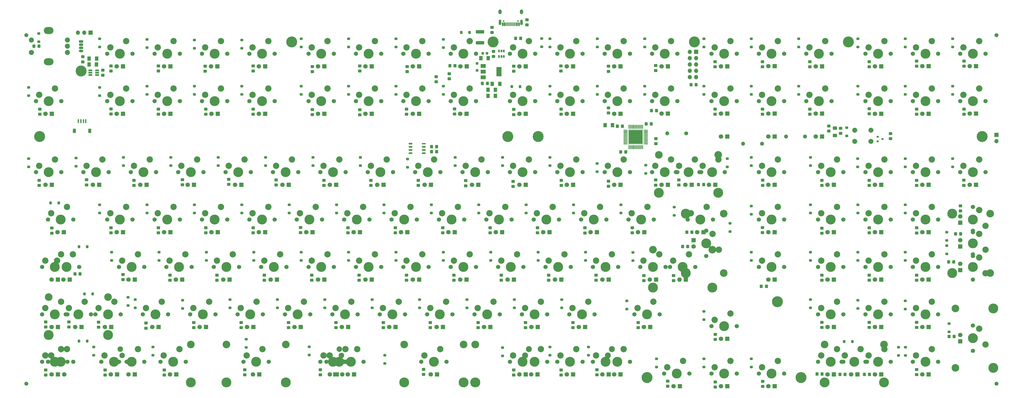
<source format=gbr>
G04 #@! TF.GenerationSoftware,KiCad,Pcbnew,(6.0.5)*
G04 #@! TF.CreationDate,2022-05-27T19:49:07-04:00*
G04 #@! TF.ProjectId,Boston-keyboard-V07J,426f7374-6f6e-42d6-9b65-79626f617264,rev?*
G04 #@! TF.SameCoordinates,Original*
G04 #@! TF.FileFunction,Soldermask,Bot*
G04 #@! TF.FilePolarity,Negative*
%FSLAX46Y46*%
G04 Gerber Fmt 4.6, Leading zero omitted, Abs format (unit mm)*
G04 Created by KiCad (PCBNEW (6.0.5)) date 2022-05-27 19:49:07*
%MOMM*%
%LPD*%
G01*
G04 APERTURE LIST*
G04 Aperture macros list*
%AMRoundRect*
0 Rectangle with rounded corners*
0 $1 Rounding radius*
0 $2 $3 $4 $5 $6 $7 $8 $9 X,Y pos of 4 corners*
0 Add a 4 corners polygon primitive as box body*
4,1,4,$2,$3,$4,$5,$6,$7,$8,$9,$2,$3,0*
0 Add four circle primitives for the rounded corners*
1,1,$1+$1,$2,$3*
1,1,$1+$1,$4,$5*
1,1,$1+$1,$6,$7*
1,1,$1+$1,$8,$9*
0 Add four rect primitives between the rounded corners*
20,1,$1+$1,$2,$3,$4,$5,0*
20,1,$1+$1,$4,$5,$6,$7,0*
20,1,$1+$1,$6,$7,$8,$9,0*
20,1,$1+$1,$8,$9,$2,$3,0*%
G04 Aperture macros list end*
%ADD10R,1.800000X1.800000*%
%ADD11C,1.800000*%
%ADD12R,2.200000X1.800000*%
%ADD13C,4.400000*%
%ADD14C,1.600000*%
%ADD15O,1.600000X1.600000*%
%ADD16C,1.596000*%
%ADD17R,1.700000X1.700000*%
%ADD18O,1.700000X1.700000*%
%ADD19O,2.768600X1.651000*%
%ADD20C,1.016000*%
%ADD21C,2.032000*%
%ADD22O,3.900000X2.799999*%
%ADD23R,1.800000X1.070000*%
%ADD24O,1.800000X1.070000*%
%ADD25RoundRect,0.249999X-0.325001X-0.450001X0.325001X-0.450001X0.325001X0.450001X-0.325001X0.450001X0*%
%ADD26RoundRect,0.250000X-0.350000X0.250000X-0.350000X-0.250000X0.350000X-0.250000X0.350000X0.250000X0*%
%ADD27C,3.987800*%
%ADD28C,1.701800*%
%ADD29C,2.540000*%
%ADD30RoundRect,0.249999X0.325001X0.450001X-0.325001X0.450001X-0.325001X-0.450001X0.325001X-0.450001X0*%
%ADD31RoundRect,0.250001X-0.462499X-0.624999X0.462499X-0.624999X0.462499X0.624999X-0.462499X0.624999X0*%
%ADD32RoundRect,0.249999X-0.450001X0.325001X-0.450001X-0.325001X0.450001X-0.325001X0.450001X0.325001X0*%
%ADD33C,3.048000*%
%ADD34RoundRect,0.250000X-0.450000X0.325000X-0.450000X-0.325000X0.450000X-0.325000X0.450000X0.325000X0*%
%ADD35RoundRect,0.250000X0.325000X0.450000X-0.325000X0.450000X-0.325000X-0.450000X0.325000X-0.450000X0*%
%ADD36RoundRect,0.250000X0.250000X0.350000X-0.250000X0.350000X-0.250000X-0.350000X0.250000X-0.350000X0*%
%ADD37C,2.400000*%
%ADD38RoundRect,0.249999X0.450001X-0.325001X0.450001X0.325001X-0.450001X0.325001X-0.450001X-0.325001X0*%
%ADD39R,2.000000X1.500000*%
%ADD40R,2.000000X3.800000*%
%ADD41R,1.550000X0.600000*%
%ADD42RoundRect,0.300000X0.475000X0.000000X-0.475000X0.000000X-0.475000X0.000000X0.475000X0.000000X0*%
%ADD43R,1.100000X1.100000*%
%ADD44C,2.200000*%
%ADD45C,0.650000*%
%ADD46RoundRect,0.150000X-0.150000X-0.575000X0.150000X-0.575000X0.150000X0.575000X-0.150000X0.575000X0*%
%ADD47RoundRect,0.075000X-0.075000X-0.650000X0.075000X-0.650000X0.075000X0.650000X-0.075000X0.650000X0*%
%ADD48O,1.300000X1.900000*%
%ADD49O,1.100000X2.200000*%
%ADD50RoundRect,0.237500X0.287500X0.237500X-0.287500X0.237500X-0.287500X-0.237500X0.287500X-0.237500X0*%
%ADD51RoundRect,0.250001X-0.624999X0.462499X-0.624999X-0.462499X0.624999X-0.462499X0.624999X0.462499X0*%
%ADD52C,2.000000*%
%ADD53O,5.000000X1.701800*%
%ADD54RoundRect,0.250000X0.450000X-0.325000X0.450000X0.325000X-0.450000X0.325000X-0.450000X-0.325000X0*%
%ADD55RoundRect,0.075000X0.662500X0.075000X-0.662500X0.075000X-0.662500X-0.075000X0.662500X-0.075000X0*%
%ADD56RoundRect,0.075000X0.075000X0.662500X-0.075000X0.662500X-0.075000X-0.662500X0.075000X-0.662500X0*%
%ADD57RoundRect,0.250000X-0.325000X-0.450000X0.325000X-0.450000X0.325000X0.450000X-0.325000X0.450000X0*%
%ADD58RoundRect,0.250000X1.450000X-0.400000X1.450000X0.400000X-1.450000X0.400000X-1.450000X-0.400000X0*%
%ADD59R,1.560000X0.650000*%
%ADD60R,0.600000X1.550000*%
%ADD61C,0.500000*%
%ADD62R,1.200000X1.800000*%
%ADD63RoundRect,0.062500X0.375000X0.062500X-0.375000X0.062500X-0.375000X-0.062500X0.375000X-0.062500X0*%
%ADD64RoundRect,0.062500X0.062500X0.375000X-0.062500X0.375000X-0.062500X-0.375000X0.062500X-0.375000X0*%
%ADD65R,5.600000X5.600000*%
%ADD66R,0.900000X0.800000*%
%ADD67R,0.650000X1.060000*%
G04 APERTURE END LIST*
D10*
X69657600Y-168280000D03*
D11*
X72197600Y-168280000D03*
D12*
X181420000Y-168280000D03*
D11*
X183960000Y-168280000D03*
D10*
X381595000Y-130180000D03*
D11*
X379055000Y-130180000D03*
D10*
X181570000Y-92080000D03*
D11*
X179030000Y-92080000D03*
D10*
X419695000Y-168280000D03*
D11*
X417155000Y-168280000D03*
D13*
X325556250Y-34675000D03*
D10*
X253007500Y-130180000D03*
D11*
X250467500Y-130180000D03*
D10*
X69657600Y-168280000D03*
D11*
X67117600Y-168280000D03*
D10*
X238720000Y-92080000D03*
D11*
X236180000Y-92080000D03*
D10*
X152995000Y-111130000D03*
D11*
X150455000Y-111130000D03*
D10*
X333970000Y-92080000D03*
D11*
X331430000Y-92080000D03*
D10*
X167282500Y-149230000D03*
D11*
X164742500Y-149230000D03*
D10*
X233957500Y-63505000D03*
D11*
X231417500Y-63505000D03*
D10*
X338732500Y-153992500D03*
D11*
X336192500Y-153992500D03*
D10*
X419695000Y-92080000D03*
D11*
X417155000Y-92080000D03*
D10*
X438745000Y-44429600D03*
D11*
X436205000Y-44429600D03*
D10*
X114895000Y-63505000D03*
D11*
X112355000Y-63505000D03*
D10*
X195857500Y-44455000D03*
D11*
X193317500Y-44455000D03*
D10*
X114895000Y-111130000D03*
D11*
X112355000Y-111130000D03*
D10*
X400645000Y-63530400D03*
D11*
X398105000Y-63530400D03*
D10*
X419695000Y-44429600D03*
D11*
X417155000Y-44429600D03*
D10*
X381595000Y-149230000D03*
D11*
X379055000Y-149230000D03*
D10*
X276820000Y-168280000D03*
D11*
X274280000Y-168280000D03*
D10*
X233995600Y-44455000D03*
D11*
X231455600Y-44455000D03*
D10*
X432395000Y-107320000D03*
D11*
X432395000Y-104780000D03*
D10*
X138707500Y-130180000D03*
D11*
X136167500Y-130180000D03*
D10*
X210145000Y-111130000D03*
D11*
X207605000Y-111130000D03*
D10*
X314915000Y-92062500D03*
D11*
X312375000Y-92062500D03*
D10*
X257770000Y-44455000D03*
D11*
X255230000Y-44455000D03*
D10*
X329207500Y-111130000D03*
D11*
X326667500Y-111130000D03*
D10*
X67270000Y-92080000D03*
D11*
X64730000Y-92080000D03*
D10*
X357782500Y-111130000D03*
D11*
X355242500Y-111130000D03*
D10*
X91082500Y-149230000D03*
D11*
X88542500Y-149230000D03*
D10*
X381595000Y-92080000D03*
D11*
X379055000Y-92080000D03*
D10*
X119657500Y-130180000D03*
D11*
X117117500Y-130180000D03*
D10*
X419695000Y-149230000D03*
D11*
X417155000Y-149230000D03*
D10*
X257770000Y-63505000D03*
D11*
X255230000Y-63505000D03*
D10*
X314920000Y-63500000D03*
D11*
X312380000Y-63500000D03*
D10*
X438745000Y-63479600D03*
D11*
X436205000Y-63479600D03*
D10*
X338732500Y-72712500D03*
D11*
X336192500Y-72712500D03*
D10*
X432395000Y-116845000D03*
D11*
X432395000Y-114305000D03*
D10*
X219670000Y-92080000D03*
D11*
X217130000Y-92080000D03*
D10*
X69651250Y-130180000D03*
D11*
X67111250Y-130180000D03*
D10*
X114895000Y-44455000D03*
D11*
X112355000Y-44455000D03*
D10*
X432395000Y-154945000D03*
D11*
X432395000Y-152405000D03*
D10*
X152995000Y-44455000D03*
D11*
X150455000Y-44455000D03*
D10*
X205382500Y-149230000D03*
D11*
X202842500Y-149230000D03*
D10*
X214907500Y-44455000D03*
D11*
X212367500Y-44455000D03*
D10*
X105370000Y-92080000D03*
D11*
X102830000Y-92080000D03*
D10*
X295870000Y-63505000D03*
D11*
X293330000Y-63505000D03*
D14*
X352700000Y-75600000D03*
D15*
X345080000Y-75600000D03*
D10*
X338745200Y-44455000D03*
D11*
X336205200Y-44455000D03*
D10*
X200620000Y-92080000D03*
D11*
X198080000Y-92080000D03*
D10*
X419695000Y-63530400D03*
D11*
X417155000Y-63530400D03*
D10*
X93463750Y-168280000D03*
D11*
X90923750Y-168280000D03*
D10*
X438745000Y-92080000D03*
D11*
X436205000Y-92080000D03*
D10*
X186332500Y-149230000D03*
D11*
X183792500Y-149230000D03*
D10*
X276820000Y-92080000D03*
D11*
X274280000Y-92080000D03*
D12*
X181570000Y-168280000D03*
D11*
X179030000Y-168280000D03*
D10*
X357782500Y-130180000D03*
D11*
X355242500Y-130180000D03*
D16*
X447000000Y-32000000D03*
D10*
X357782500Y-72712500D03*
D11*
X355242500Y-72712500D03*
D10*
X338732500Y-63500000D03*
D11*
X336192500Y-63500000D03*
D10*
X95845000Y-63505000D03*
D11*
X93305000Y-63505000D03*
D10*
X176807500Y-44455000D03*
D11*
X174267500Y-44455000D03*
D10*
X172045000Y-111130000D03*
D11*
X169505000Y-111130000D03*
D10*
X176807500Y-63505000D03*
D11*
X174267500Y-63505000D03*
D10*
X176807500Y-130180000D03*
D11*
X174267500Y-130180000D03*
D10*
X381595000Y-168280000D03*
D11*
X379055000Y-168280000D03*
D10*
X276820000Y-63505000D03*
D11*
X274280000Y-63505000D03*
D10*
X325238750Y-114305000D03*
D11*
X325238750Y-116845000D03*
D10*
X100594800Y-168305400D03*
D11*
X98054800Y-168305400D03*
D10*
X69651250Y-149230000D03*
D11*
X67111250Y-149230000D03*
D10*
X400645000Y-130180000D03*
D11*
X398105000Y-130180000D03*
D10*
X150609000Y-168262000D03*
D11*
X148069000Y-168262000D03*
D13*
X368418750Y-169531000D03*
D10*
X222060000Y-168265000D03*
D11*
X219520000Y-168265000D03*
D10*
X162520000Y-92080000D03*
D11*
X159980000Y-92080000D03*
D10*
X248245000Y-111130000D03*
D11*
X245705000Y-111130000D03*
D10*
X400645000Y-149230000D03*
D11*
X398105000Y-149230000D03*
D10*
X400645000Y-92080000D03*
D11*
X398105000Y-92080000D03*
D17*
X82825000Y-30950000D03*
D18*
X80285000Y-30950000D03*
X77745000Y-30950000D03*
D13*
X387468750Y-34675000D03*
D10*
X95845000Y-44455000D03*
D11*
X93305000Y-44455000D03*
D16*
X57000000Y-172000000D03*
D10*
X257770000Y-92080000D03*
D11*
X255230000Y-92080000D03*
D13*
X62300000Y-72712500D03*
D10*
X291094800Y-168280000D03*
D11*
X288554800Y-168280000D03*
D10*
X157757500Y-130180000D03*
D11*
X155217500Y-130180000D03*
D10*
X191095000Y-111130000D03*
D11*
X188555000Y-111130000D03*
D17*
X447000000Y-72000000D03*
D18*
X447000000Y-74540000D03*
D10*
X400645000Y-44480400D03*
D11*
X398105000Y-44480400D03*
D10*
X110132500Y-149230000D03*
D11*
X107592500Y-149230000D03*
D10*
X67270000Y-63530400D03*
D11*
X64730000Y-63530400D03*
D10*
X357800000Y-63500000D03*
D11*
X355260000Y-63500000D03*
D10*
X319682500Y-173042500D03*
D11*
X317142500Y-173042500D03*
D10*
X262519800Y-168254600D03*
D11*
X259979800Y-168254600D03*
D13*
X262700000Y-72712500D03*
D10*
X295870000Y-168280000D03*
D11*
X293330000Y-168280000D03*
D10*
X322063750Y-130180000D03*
D11*
X319523750Y-130180000D03*
D13*
X441174000Y-72712500D03*
D10*
X276820000Y-44455000D03*
D11*
X274280000Y-44455000D03*
D10*
X357782500Y-92080000D03*
D11*
X355242500Y-92080000D03*
D10*
X224432500Y-149230000D03*
D11*
X221892500Y-149230000D03*
D10*
X229195000Y-111130000D03*
D11*
X226655000Y-111130000D03*
D10*
X357782500Y-173042500D03*
D11*
X355242500Y-173042500D03*
D10*
X133818000Y-44455000D03*
D11*
X131278000Y-44455000D03*
D16*
X57000000Y-32000000D03*
D13*
X244593750Y-34675000D03*
D10*
X262532500Y-149230000D03*
D11*
X259992500Y-149230000D03*
D10*
X432395000Y-126370000D03*
D11*
X432395000Y-123830000D03*
D10*
X188707400Y-168280000D03*
D11*
X186167400Y-168280000D03*
D10*
X324445000Y-92080000D03*
D11*
X321905000Y-92080000D03*
D10*
X100607500Y-130180000D03*
D11*
X98067500Y-130180000D03*
D10*
X376832500Y-63500000D03*
D11*
X374292500Y-63500000D03*
D10*
X419695000Y-130180000D03*
D11*
X417155000Y-130180000D03*
D10*
X419695000Y-111130000D03*
D11*
X417155000Y-111130000D03*
D10*
X72032500Y-111130000D03*
D11*
X69492500Y-111130000D03*
D10*
X291107500Y-130180000D03*
D11*
X288567500Y-130180000D03*
D10*
X338732500Y-173042500D03*
D11*
X336192500Y-173042500D03*
D10*
X286345000Y-111130000D03*
D11*
X283805000Y-111130000D03*
D19*
X66000000Y-30125000D03*
D20*
X59000000Y-38875000D03*
X73500000Y-33875000D03*
X73500000Y-38875000D03*
X73500000Y-36375000D03*
D19*
X66000000Y-42625000D03*
D20*
X59000000Y-33875000D03*
D21*
X73500000Y-38875000D03*
X73500000Y-33875000D03*
X73500000Y-36375000D03*
D22*
X66000000Y-30125000D03*
X66000000Y-42625000D03*
D21*
X59000000Y-38875000D03*
X59000000Y-33875000D03*
D10*
X307776250Y-149230000D03*
D11*
X305236250Y-149230000D03*
D10*
X152995000Y-63505000D03*
D11*
X150455000Y-63505000D03*
D10*
X272057500Y-130180000D03*
D11*
X269517500Y-130180000D03*
D10*
X124420000Y-92080000D03*
D11*
X121880000Y-92080000D03*
D13*
X306506250Y-169530000D03*
D10*
X233957500Y-130180000D03*
D11*
X231417500Y-130180000D03*
D10*
X117282600Y-168280000D03*
D11*
X114742600Y-168280000D03*
D10*
X314920000Y-44455000D03*
D11*
X312380000Y-44455000D03*
D10*
X257770000Y-168280000D03*
D11*
X255230000Y-168280000D03*
D10*
X133945000Y-63505000D03*
D11*
X131405000Y-63505000D03*
D13*
X163631250Y-34675000D03*
D10*
X129182500Y-149230000D03*
D11*
X126642500Y-149230000D03*
D13*
X79000000Y-46375000D03*
D10*
X305395000Y-111130000D03*
D11*
X302855000Y-111130000D03*
D10*
X295870000Y-44455000D03*
D11*
X293330000Y-44455000D03*
D14*
X370000000Y-72700000D03*
D15*
X362380000Y-72700000D03*
D10*
X214907500Y-130180000D03*
D11*
X212367500Y-130180000D03*
D10*
X79176250Y-149230000D03*
D11*
X76636250Y-149230000D03*
D13*
X358894000Y-139100000D03*
D10*
X400645000Y-168280000D03*
D11*
X398105000Y-168280000D03*
D10*
X281582500Y-149230000D03*
D11*
X279042500Y-149230000D03*
D10*
X357782500Y-44429600D03*
D11*
X355242500Y-44429600D03*
D10*
X143470000Y-92080000D03*
D11*
X140930000Y-92080000D03*
D10*
X391120000Y-168280000D03*
D11*
X388580000Y-168280000D03*
D10*
X310157500Y-130180000D03*
D11*
X307617500Y-130180000D03*
D10*
X295870000Y-92080000D03*
D11*
X293330000Y-92080000D03*
D10*
X95845000Y-111130000D03*
D11*
X93305000Y-111130000D03*
D17*
X326250000Y-38675000D03*
D18*
X323710000Y-38675000D03*
X326250000Y-41215000D03*
X323710000Y-41215000D03*
X326250000Y-43755000D03*
X323710000Y-43755000D03*
X326250000Y-46295000D03*
X323710000Y-46295000D03*
X326250000Y-48835000D03*
X323710000Y-48835000D03*
D23*
X79000000Y-34470000D03*
D24*
X79000000Y-35740000D03*
X79000000Y-37010000D03*
X79000000Y-38280000D03*
D10*
X74413750Y-130180000D03*
D11*
X71873750Y-130180000D03*
D10*
X214907500Y-63505000D03*
D11*
X212367500Y-63505000D03*
D10*
X376832500Y-72712500D03*
D11*
X374292500Y-72712500D03*
D14*
X322220000Y-71400000D03*
D15*
X314600000Y-71400000D03*
D10*
X376832500Y-44480400D03*
D11*
X374292500Y-44480400D03*
D10*
X86320000Y-92080000D03*
D11*
X83780000Y-92080000D03*
D10*
X267295000Y-111130000D03*
D11*
X264755000Y-111130000D03*
D10*
X243482500Y-149230000D03*
D11*
X240942500Y-149230000D03*
D10*
X133945000Y-111130000D03*
D11*
X131405000Y-111130000D03*
D13*
X250500000Y-72712500D03*
D10*
X195857500Y-130180000D03*
D11*
X193317500Y-130180000D03*
D10*
X381595000Y-111130000D03*
D11*
X379055000Y-111130000D03*
D16*
X447000000Y-172000000D03*
D10*
X148232500Y-149230000D03*
D11*
X145692500Y-149230000D03*
D10*
X195857500Y-63505000D03*
D11*
X193317500Y-63505000D03*
D10*
X400645000Y-111130000D03*
D11*
X398105000Y-111130000D03*
D25*
X374855000Y-168121250D03*
X376905000Y-168121250D03*
D26*
X124578750Y-100113750D03*
X124578750Y-103413750D03*
D27*
X275550000Y-87000000D03*
D28*
X280630000Y-87000000D03*
X270470000Y-87000000D03*
D29*
X278090000Y-81920000D03*
X271740000Y-84460000D03*
D30*
X78625000Y-127900000D03*
X76575000Y-127900000D03*
D31*
X244312500Y-51555000D03*
X247287500Y-51555000D03*
D32*
X148153125Y-109311250D03*
X148153125Y-111361250D03*
D33*
X401788000Y-156215000D03*
D27*
X401788000Y-171455000D03*
D33*
X377912000Y-156215000D03*
D28*
X394930000Y-163200000D03*
X384770000Y-163200000D03*
D27*
X377912000Y-171455000D03*
X389850000Y-163200000D03*
D29*
X392390000Y-158120000D03*
X386040000Y-160660000D03*
D31*
X239725000Y-41225000D03*
X242700000Y-41225000D03*
D26*
X238878750Y-100113750D03*
X238878750Y-103413750D03*
D34*
X258250000Y-25800000D03*
X258250000Y-27850000D03*
D35*
X242325000Y-51375000D03*
X240275000Y-51375000D03*
D36*
X255450000Y-52600000D03*
X252150000Y-52600000D03*
D35*
X221955000Y-78800000D03*
X219905000Y-78800000D03*
D26*
X97908750Y-137261250D03*
X97908750Y-140561250D03*
D28*
X256817500Y-125100000D03*
D27*
X251737500Y-125100000D03*
D28*
X246657500Y-125100000D03*
D29*
X254277500Y-120020000D03*
X247927500Y-122560000D03*
D32*
X262453125Y-109311250D03*
X262453125Y-111361250D03*
D26*
X286503750Y-52488750D03*
X286503750Y-55788750D03*
D32*
X157440000Y-90102500D03*
X157440000Y-92152500D03*
D28*
X413345000Y-163200000D03*
X423505000Y-163200000D03*
D27*
X418425000Y-163200000D03*
D29*
X420965000Y-158120000D03*
X414615000Y-160660000D03*
D32*
X67220000Y-109470000D03*
X67220000Y-111520000D03*
X252690000Y-90737500D03*
X252690000Y-92787500D03*
D28*
X261580000Y-163200000D03*
D27*
X256500000Y-163200000D03*
D28*
X251420000Y-163200000D03*
D37*
X259040000Y-158120000D03*
D29*
X252690000Y-160660000D03*
D38*
X290975000Y-46500000D03*
X290975000Y-44450000D03*
D32*
X190777500Y-128361250D03*
X190777500Y-130411250D03*
D26*
X224591250Y-52488750D03*
X224591250Y-55788750D03*
D38*
X252925000Y-46450000D03*
X252925000Y-44400000D03*
D32*
X276740625Y-147411250D03*
X276740625Y-149461250D03*
D28*
X99655000Y-58425000D03*
X89495000Y-58425000D03*
D27*
X94575000Y-58425000D03*
D29*
X97115000Y-53345000D03*
X90765000Y-55885000D03*
D28*
X299045000Y-106050000D03*
X309205000Y-106050000D03*
D27*
X304125000Y-106050000D03*
D29*
X306665000Y-100970000D03*
X300315000Y-103510000D03*
D39*
X240650000Y-48925000D03*
X240650000Y-46625000D03*
D40*
X246950000Y-46625000D03*
D39*
X240650000Y-44325000D03*
D26*
X276978750Y-100113750D03*
X276978750Y-103413750D03*
D28*
X218717500Y-39375000D03*
D27*
X213637500Y-39375000D03*
D28*
X208557500Y-39375000D03*
D29*
X216177500Y-34295000D03*
X209827500Y-36835000D03*
D32*
X414853125Y-61686250D03*
X414853125Y-63736250D03*
D26*
X348416250Y-81063750D03*
X348416250Y-84363750D03*
D32*
X171727500Y-128361250D03*
X171727500Y-130411250D03*
X209827500Y-128361250D03*
X209827500Y-130411250D03*
D26*
X57903750Y-52965000D03*
X57903750Y-56265000D03*
D41*
X216800000Y-75585000D03*
D42*
X216800000Y-76855000D03*
X216800000Y-78125000D03*
X216800000Y-79395000D03*
X211400000Y-79395000D03*
X211400000Y-78125000D03*
X211400000Y-76855000D03*
X211400000Y-75585000D03*
D28*
X437475000Y-111130000D03*
D27*
X437475000Y-106050000D03*
D28*
X437475000Y-100970000D03*
D29*
X442555000Y-108590000D03*
X440015000Y-102240000D03*
D34*
X87700000Y-45980000D03*
X87700000Y-48030000D03*
D28*
X342542500Y-58425000D03*
X332382500Y-58425000D03*
D27*
X337462500Y-58425000D03*
D29*
X340002500Y-53345000D03*
X333652500Y-55885000D03*
D28*
X351432500Y-125100000D03*
D27*
X356512500Y-125100000D03*
D28*
X361592500Y-125100000D03*
D29*
X359052500Y-120020000D03*
X352702500Y-122560000D03*
D26*
X348416250Y-33438750D03*
X348416250Y-36738750D03*
D28*
X351432500Y-106050000D03*
X361592500Y-106050000D03*
D27*
X356512500Y-106050000D03*
D29*
X359052500Y-100970000D03*
X352702500Y-103510000D03*
D26*
X76953750Y-81318750D03*
X76953750Y-84618750D03*
D32*
X243403125Y-109311250D03*
X243403125Y-111361250D03*
D26*
X115053750Y-81063750D03*
X115053750Y-84363750D03*
D32*
X152677500Y-128361250D03*
X152677500Y-130411250D03*
X352940625Y-42636250D03*
X352940625Y-44686250D03*
D43*
X238150000Y-43275000D03*
X238150000Y-46075000D03*
D26*
X205541250Y-52488750D03*
X205541250Y-55788750D03*
D31*
X82262500Y-41325000D03*
X85237500Y-41325000D03*
D27*
X418425000Y-125100000D03*
D28*
X423505000Y-125100000D03*
X413345000Y-125100000D03*
D29*
X420965000Y-120020000D03*
X414615000Y-122560000D03*
D28*
X97273750Y-163200000D03*
D27*
X92193750Y-163200000D03*
D28*
X87113750Y-163200000D03*
D44*
X94733750Y-158120000D03*
D29*
X88383750Y-160660000D03*
D27*
X89844250Y-152405000D03*
D28*
X72826250Y-144150000D03*
D33*
X89844250Y-137165000D03*
D28*
X82986250Y-144150000D03*
D33*
X65968250Y-137165000D03*
D27*
X77906250Y-144150000D03*
X65968250Y-152405000D03*
D29*
X80446250Y-139070000D03*
X74096250Y-141610000D03*
D26*
X243641250Y-119163750D03*
X243641250Y-122463750D03*
D28*
X142517500Y-125100000D03*
D27*
X137437500Y-125100000D03*
D28*
X132357500Y-125100000D03*
D29*
X139977500Y-120020000D03*
X133627500Y-122560000D03*
D32*
X433903125Y-42398125D03*
X433903125Y-44448125D03*
D27*
X294600000Y-39375000D03*
D28*
X299680000Y-39375000D03*
X289520000Y-39375000D03*
D29*
X297140000Y-34295000D03*
X290790000Y-36835000D03*
D32*
X219352500Y-147411250D03*
X219352500Y-149461250D03*
D27*
X327937500Y-106050000D03*
D28*
X322857500Y-106050000D03*
X333017500Y-106050000D03*
D29*
X330477500Y-100970000D03*
X324127500Y-103510000D03*
D27*
X127912500Y-144150000D03*
D28*
X132992500Y-144150000D03*
X122832500Y-144150000D03*
D29*
X130452500Y-139070000D03*
X124102500Y-141610000D03*
D38*
X271900000Y-46375000D03*
X271900000Y-44325000D03*
D26*
X329366250Y-33438750D03*
X329366250Y-36738750D03*
D27*
X261262500Y-144150000D03*
D28*
X266342500Y-144150000D03*
X256182500Y-144150000D03*
D29*
X263802500Y-139070000D03*
X257452500Y-141610000D03*
D27*
X68381250Y-144150000D03*
D28*
X63301250Y-144150000D03*
X73461250Y-144150000D03*
D29*
X70921250Y-139070000D03*
X64571250Y-141610000D03*
D28*
X208557500Y-125100000D03*
X218717500Y-125100000D03*
D27*
X213637500Y-125100000D03*
D29*
X216177500Y-120020000D03*
X209827500Y-122560000D03*
D26*
X172203750Y-81063750D03*
X172203750Y-84363750D03*
D27*
X180300000Y-87000000D03*
D28*
X175220000Y-87000000D03*
X185380000Y-87000000D03*
D29*
X182840000Y-81920000D03*
X176490000Y-84460000D03*
D32*
X302934375Y-147411250D03*
X302934375Y-149461250D03*
D27*
X332731964Y-133355000D03*
X308855964Y-133355000D03*
D28*
X325873964Y-125100000D03*
X315713964Y-125100000D03*
D33*
X332731964Y-118115000D03*
D27*
X320793964Y-125100000D03*
D33*
X308855964Y-118115000D03*
D29*
X323333964Y-120020000D03*
X316983964Y-122560000D03*
D32*
X81240000Y-90075000D03*
X81240000Y-92125000D03*
D26*
X219828750Y-100113750D03*
X219828750Y-103413750D03*
D28*
X289520000Y-87000000D03*
D27*
X294600000Y-87000000D03*
D28*
X299680000Y-87000000D03*
D29*
X297140000Y-81920000D03*
X290790000Y-84460000D03*
D32*
X228877500Y-128361250D03*
X228877500Y-130411250D03*
D34*
X309950000Y-90165000D03*
X309950000Y-92215000D03*
D35*
X255725000Y-33250000D03*
X253675000Y-33250000D03*
D27*
X151725000Y-58425000D03*
D28*
X156805000Y-58425000D03*
X146645000Y-58425000D03*
D29*
X154265000Y-53345000D03*
X147915000Y-55885000D03*
D32*
X110053125Y-109311250D03*
X110053125Y-111361250D03*
D28*
X199667500Y-125100000D03*
D27*
X194587500Y-125100000D03*
D28*
X189507500Y-125100000D03*
D29*
X197127500Y-120020000D03*
X190777500Y-122560000D03*
D32*
X333900000Y-171325000D03*
X333900000Y-173375000D03*
X138390000Y-89857500D03*
X138390000Y-91907500D03*
D26*
X57903750Y-81540000D03*
X57903750Y-84840000D03*
D32*
X64809375Y-147173125D03*
X64809375Y-149223125D03*
D28*
X251420160Y-39375000D03*
X261580160Y-39375000D03*
D27*
X256500160Y-39375000D03*
D29*
X259040160Y-34295000D03*
X252690160Y-36835000D03*
D32*
X414850000Y-166325000D03*
X414850000Y-168375000D03*
D26*
X167441250Y-119163750D03*
X167441250Y-122463750D03*
D27*
X218400000Y-87000000D03*
D28*
X223480000Y-87000000D03*
X213320000Y-87000000D03*
D29*
X220940000Y-81920000D03*
X214590000Y-84460000D03*
D28*
X442555000Y-87000000D03*
D27*
X437475000Y-87000000D03*
D28*
X432395000Y-87000000D03*
D29*
X440015000Y-81920000D03*
X433665000Y-84460000D03*
D26*
X298410000Y-138690000D03*
X298410000Y-141990000D03*
D38*
X110053125Y-46353125D03*
X110053125Y-44303125D03*
D26*
X410328750Y-100113750D03*
X410328750Y-103413750D03*
D25*
X320800625Y-116924375D03*
X322850625Y-116924375D03*
D35*
X296625000Y-68500000D03*
X294575000Y-68500000D03*
D38*
X210060000Y-46630000D03*
X210060000Y-44580000D03*
D28*
X108545000Y-106050000D03*
D27*
X113625000Y-106050000D03*
D28*
X118705000Y-106050000D03*
D29*
X116165000Y-100970000D03*
X109815000Y-103510000D03*
D32*
X352940625Y-109238750D03*
X352940625Y-111288750D03*
D28*
X284757500Y-163200000D03*
X294917500Y-163200000D03*
D27*
X289837500Y-163200000D03*
D37*
X292377500Y-158120000D03*
D29*
X286027500Y-160660000D03*
D27*
X189825000Y-106050000D03*
D28*
X194905000Y-106050000D03*
X184745000Y-106050000D03*
D29*
X192365000Y-100970000D03*
X186015000Y-103510000D03*
D26*
X61975000Y-31275000D03*
X61975000Y-34575000D03*
D32*
X281503125Y-109383750D03*
X281503125Y-111433750D03*
D28*
X113942500Y-144150000D03*
X103782500Y-144150000D03*
D27*
X108862500Y-144150000D03*
D29*
X111402500Y-139070000D03*
X105052500Y-141610000D03*
D28*
X404455000Y-144150000D03*
D27*
X399375000Y-144150000D03*
D28*
X394295000Y-144150000D03*
D29*
X401915000Y-139070000D03*
X395565000Y-141610000D03*
D32*
X129103125Y-61686250D03*
X129103125Y-63736250D03*
X353020000Y-171075000D03*
X353020000Y-173125000D03*
D28*
X179982500Y-144150000D03*
D27*
X185062500Y-144150000D03*
D28*
X190142500Y-144150000D03*
D29*
X187602500Y-139070000D03*
X181252500Y-141610000D03*
D26*
X367466250Y-33438750D03*
X367466250Y-36738750D03*
D28*
X79970000Y-87000000D03*
X90130000Y-87000000D03*
D27*
X85050000Y-87000000D03*
D29*
X87590000Y-81920000D03*
X81240000Y-84460000D03*
D32*
X95819600Y-128139000D03*
X95819600Y-130189000D03*
D28*
X318730000Y-87000000D03*
D27*
X313650000Y-87000000D03*
D28*
X308570000Y-87000000D03*
D29*
X316190000Y-81920000D03*
X309840000Y-84460000D03*
D26*
X143628750Y-33915000D03*
X143628750Y-37215000D03*
D32*
X352950000Y-90250000D03*
X352950000Y-92300000D03*
X395803125Y-61520625D03*
X395803125Y-63570625D03*
D28*
X128230000Y-87000000D03*
D27*
X123150000Y-87000000D03*
D28*
X118070000Y-87000000D03*
D29*
X125690000Y-81920000D03*
X119340000Y-84460000D03*
D32*
X91003125Y-61613750D03*
X91003125Y-63663750D03*
X333890625Y-42636250D03*
X333890625Y-44686250D03*
D26*
X427930000Y-147890000D03*
X427930000Y-151190000D03*
D28*
X413345000Y-87000000D03*
X423505000Y-87000000D03*
D27*
X418425000Y-87000000D03*
D29*
X420965000Y-81920000D03*
X414615000Y-84460000D03*
D27*
X437475000Y-58425000D03*
D28*
X432395000Y-58425000D03*
X442555000Y-58425000D03*
D29*
X440015000Y-53345000D03*
X433665000Y-55885000D03*
D28*
X199667606Y-39375000D03*
D27*
X194587606Y-39375000D03*
D28*
X189507606Y-39375000D03*
D29*
X197127606Y-34295000D03*
X190777606Y-36835000D03*
D32*
X266977500Y-128361250D03*
X266977500Y-130411250D03*
D28*
X404455000Y-39375000D03*
D27*
X399375000Y-39375000D03*
D28*
X394295000Y-39375000D03*
D29*
X401915000Y-34295000D03*
X395565000Y-36835000D03*
D32*
X86002500Y-147252500D03*
X86002500Y-149302500D03*
X414900000Y-147375000D03*
X414900000Y-149425000D03*
D26*
X205541250Y-33438750D03*
X205541250Y-36738750D03*
D32*
X352940625Y-61686250D03*
X352940625Y-63736250D03*
D28*
X385405000Y-163200000D03*
X375245000Y-163200000D03*
D27*
X380325000Y-163200000D03*
D29*
X382865000Y-158120000D03*
X376515000Y-160660000D03*
D27*
X151725000Y-39375000D03*
D28*
X156805000Y-39375000D03*
X146645000Y-39375000D03*
D29*
X154265000Y-34295000D03*
X147915000Y-36835000D03*
D26*
X317460000Y-101066250D03*
X317460000Y-104366250D03*
D32*
X124340625Y-147411250D03*
X124340625Y-149461250D03*
D26*
X124578750Y-52488750D03*
X124578750Y-55788750D03*
D34*
X79660000Y-40640000D03*
X79660000Y-42690000D03*
D26*
X84097500Y-157263750D03*
X84097500Y-160563750D03*
D32*
X229115625Y-61613750D03*
X229115625Y-63663750D03*
D27*
X270787500Y-125100000D03*
D28*
X275867500Y-125100000D03*
X265707500Y-125100000D03*
D29*
X273327500Y-120020000D03*
X266977500Y-122560000D03*
D32*
X333900000Y-152175000D03*
X333900000Y-154225000D03*
D28*
X237767500Y-58425000D03*
X227607500Y-58425000D03*
D27*
X232687500Y-58425000D03*
D29*
X235227500Y-53345000D03*
X228877500Y-55885000D03*
D45*
X254627000Y-26249000D03*
X248847000Y-26249000D03*
D46*
X248487000Y-27575000D03*
X249287000Y-27575000D03*
D47*
X250487000Y-27575000D03*
X251483000Y-27575000D03*
X251987000Y-27575000D03*
X252987000Y-27575000D03*
D46*
X254987000Y-27575000D03*
X254187000Y-27575000D03*
D47*
X253487000Y-27575000D03*
X252487000Y-27575000D03*
X250987000Y-27575000D03*
X249987000Y-27575000D03*
D48*
X256037000Y-22600000D03*
D49*
X247437000Y-26800000D03*
D48*
X247437000Y-22600000D03*
D49*
X256037000Y-26800000D03*
D27*
X399375000Y-125100000D03*
D28*
X404455000Y-125100000D03*
X394295000Y-125100000D03*
D29*
X401915000Y-120020000D03*
X395565000Y-122560000D03*
D32*
X62428125Y-61686250D03*
X62428125Y-63736250D03*
D27*
X275550000Y-39375000D03*
D28*
X280630000Y-39375000D03*
X270470000Y-39375000D03*
D29*
X278090000Y-34295000D03*
X271740000Y-36835000D03*
D27*
X337462500Y-148912500D03*
D28*
X342542500Y-148912500D03*
X332382500Y-148912500D03*
D29*
X340002500Y-143832500D03*
X333652500Y-146372500D03*
D32*
X186253125Y-109311250D03*
X186253125Y-111361250D03*
D36*
X81461250Y-117003750D03*
X78161250Y-117003750D03*
D32*
X214590000Y-90261250D03*
X214590000Y-92311250D03*
D26*
X348416250Y-162026250D03*
X348416250Y-165326250D03*
D28*
X209192500Y-144150000D03*
D27*
X204112500Y-144150000D03*
D28*
X199032500Y-144150000D03*
D29*
X206652500Y-139070000D03*
X200302500Y-141610000D03*
D33*
X208843250Y-156215000D03*
X232719250Y-156215000D03*
D28*
X225861250Y-163200000D03*
D27*
X208843250Y-171455000D03*
X220781250Y-163200000D03*
D28*
X215701250Y-163200000D03*
D27*
X232719250Y-171455000D03*
D29*
X223321250Y-158120000D03*
X216971250Y-160660000D03*
D26*
X124578750Y-33915000D03*
X124578750Y-37215000D03*
D50*
X242175000Y-39225000D03*
X240425000Y-39225000D03*
D33*
X337303750Y-127513000D03*
D27*
X330318750Y-115575000D03*
D33*
X337303750Y-103637000D03*
D27*
X322063750Y-127513000D03*
D28*
X330318750Y-120655000D03*
X330318750Y-110495000D03*
D27*
X322063750Y-103637000D03*
D29*
X335398750Y-118115000D03*
X332858750Y-111765000D03*
D32*
X271978125Y-61686250D03*
X271978125Y-63736250D03*
D25*
X427718750Y-123036250D03*
X429768750Y-123036250D03*
D26*
X91241250Y-119163750D03*
X91241250Y-122463750D03*
D25*
X322467500Y-111130000D03*
X324517500Y-111130000D03*
D32*
X433850000Y-90250000D03*
X433850000Y-92300000D03*
D26*
X339900000Y-107550000D03*
X339900000Y-110850000D03*
D28*
X170457500Y-58425000D03*
D27*
X175537500Y-58425000D03*
D28*
X180617500Y-58425000D03*
D29*
X178077500Y-53345000D03*
X171727500Y-55885000D03*
D28*
X437475000Y-120020000D03*
D27*
X437475000Y-125100000D03*
D28*
X437475000Y-130180000D03*
D29*
X442555000Y-127640000D03*
X440015000Y-121290000D03*
D28*
X327620000Y-87000000D03*
D27*
X332700000Y-87000000D03*
D28*
X337780000Y-87000000D03*
D29*
X335240000Y-81920000D03*
X328890000Y-84460000D03*
D26*
X119816250Y-138435000D03*
X119816250Y-141735000D03*
D25*
X352425000Y-132875000D03*
X354475000Y-132875000D03*
D32*
X129103125Y-109311250D03*
X129103125Y-111361250D03*
D28*
X187761250Y-163200000D03*
D27*
X182681250Y-163200000D03*
D28*
X177601250Y-163200000D03*
D29*
X185221250Y-158120000D03*
X178871250Y-160660000D03*
D26*
X296028750Y-100113750D03*
X296028750Y-103413750D03*
D32*
X64809375Y-166461250D03*
X64809375Y-168511250D03*
D26*
X86478750Y-52965000D03*
X86478750Y-56265000D03*
D28*
X170457590Y-39375000D03*
D27*
X175537590Y-39375000D03*
D28*
X180617590Y-39375000D03*
D29*
X178077590Y-34295000D03*
X171727590Y-36835000D03*
D27*
X285075000Y-106050000D03*
D28*
X290155000Y-106050000D03*
X279995000Y-106050000D03*
D29*
X287615000Y-100970000D03*
X281265000Y-103510000D03*
D25*
X308275000Y-62275000D03*
X310325000Y-62275000D03*
D32*
X395803125Y-109311250D03*
X395803125Y-111361250D03*
X317140000Y-128545000D03*
X317140000Y-130595000D03*
D28*
X394295000Y-106050000D03*
D27*
X399375000Y-106050000D03*
D28*
X404455000Y-106050000D03*
D29*
X401915000Y-100970000D03*
X395565000Y-103510000D03*
D26*
X329366250Y-142976250D03*
X329366250Y-146276250D03*
D28*
X118705000Y-39375000D03*
D27*
X113625000Y-39375000D03*
D28*
X108545000Y-39375000D03*
D29*
X116165000Y-34295000D03*
X109815000Y-36835000D03*
D51*
X382000000Y-69312500D03*
X382000000Y-72287500D03*
D28*
X227607500Y-125100000D03*
X237767500Y-125100000D03*
D27*
X232687500Y-125100000D03*
D29*
X235227500Y-120020000D03*
X228877500Y-122560000D03*
D26*
X348416250Y-119163750D03*
X348416250Y-122463750D03*
D28*
X127595000Y-106050000D03*
X137755000Y-106050000D03*
D27*
X132675000Y-106050000D03*
D29*
X135215000Y-100970000D03*
X128865000Y-103510000D03*
D28*
X189507500Y-58425000D03*
X199667500Y-58425000D03*
D27*
X194587500Y-58425000D03*
D29*
X197127500Y-53345000D03*
X190777500Y-55885000D03*
D52*
X396500000Y-70170000D03*
X390000000Y-70170000D03*
X390000000Y-74670000D03*
X396500000Y-74670000D03*
D26*
X429378750Y-52488750D03*
X429378750Y-55788750D03*
D27*
X137405750Y-171455000D03*
D28*
X154423750Y-163200000D03*
D27*
X161281750Y-171455000D03*
D33*
X137405750Y-156215000D03*
X161281750Y-156215000D03*
D27*
X149343750Y-163200000D03*
D28*
X144263750Y-163200000D03*
D29*
X151883750Y-158120000D03*
X145533750Y-160660000D03*
D32*
X171965625Y-61851875D03*
X171965625Y-63901875D03*
X162440625Y-147411250D03*
X162440625Y-149461250D03*
X376753125Y-90261250D03*
X376753125Y-92311250D03*
X247927500Y-128361250D03*
X247927500Y-130411250D03*
D27*
X237450000Y-171455000D03*
D53*
X185380000Y-163200000D03*
D28*
X175220000Y-163200000D03*
D33*
X123150000Y-156215000D03*
D27*
X180300000Y-163200000D03*
D33*
X237450000Y-156215000D03*
D27*
X123150000Y-171455000D03*
D44*
X182840000Y-158120000D03*
D29*
X176490000Y-160660000D03*
D32*
X200540625Y-147411250D03*
X200540625Y-149461250D03*
D26*
X306020000Y-84180000D03*
X306020000Y-87480000D03*
X129341250Y-119163750D03*
X129341250Y-122463750D03*
D28*
X394295000Y-163200000D03*
X404455000Y-163200000D03*
D27*
X399375000Y-163200000D03*
D29*
X401915000Y-158120000D03*
X395565000Y-160660000D03*
D54*
X310030000Y-75560000D03*
X310030000Y-73510000D03*
D32*
X114717200Y-128361250D03*
X114717200Y-130411250D03*
D28*
X160932500Y-144150000D03*
X171092500Y-144150000D03*
D27*
X166012500Y-144150000D03*
D29*
X168552500Y-139070000D03*
X162202500Y-141610000D03*
D27*
X337462500Y-167962500D03*
D28*
X332382500Y-167962500D03*
X342542500Y-167962500D03*
D29*
X340002500Y-162882500D03*
X333652500Y-165422500D03*
D28*
X65682500Y-106050000D03*
D27*
X70762500Y-106050000D03*
D28*
X75842500Y-106050000D03*
D29*
X73302500Y-100970000D03*
X66952500Y-103510000D03*
D32*
X395803125Y-128361250D03*
X395803125Y-130411250D03*
X205303125Y-109311250D03*
X205303125Y-111361250D03*
D38*
X191015625Y-46353125D03*
X191015625Y-44303125D03*
D32*
X333890625Y-61686250D03*
X333890625Y-63736250D03*
D26*
X329366250Y-162026250D03*
X329366250Y-165326250D03*
X372228750Y-100113750D03*
X372228750Y-103413750D03*
D28*
X89495000Y-106050000D03*
X99655000Y-106050000D03*
D27*
X94575000Y-106050000D03*
D29*
X97115000Y-100970000D03*
X90765000Y-103510000D03*
D26*
X338800000Y-81550000D03*
X338800000Y-84850000D03*
D32*
X224353125Y-109311250D03*
X224353125Y-111361250D03*
D27*
X66000000Y-58425000D03*
D28*
X71080000Y-58425000D03*
X60920000Y-58425000D03*
D29*
X68540000Y-53345000D03*
X62190000Y-55885000D03*
D28*
X308570000Y-39375000D03*
D27*
X313650000Y-39375000D03*
D28*
X318730000Y-39375000D03*
D29*
X316190000Y-34295000D03*
X309840000Y-36835000D03*
D26*
X176966250Y-138213750D03*
X176966250Y-141513750D03*
X248403750Y-81063750D03*
X248403750Y-84363750D03*
D28*
X361592500Y-167962500D03*
X351432500Y-167962500D03*
D27*
X356512500Y-167962500D03*
D29*
X359052500Y-162882500D03*
X352702500Y-165422500D03*
D27*
X256500000Y-87000000D03*
D28*
X261580000Y-87000000D03*
X251420000Y-87000000D03*
D29*
X259040000Y-81920000D03*
X252690000Y-84460000D03*
D27*
X94575000Y-39375000D03*
D28*
X89495000Y-39375000D03*
X99655000Y-39375000D03*
D29*
X97115000Y-34295000D03*
X90765000Y-36835000D03*
D26*
X138866250Y-138213750D03*
X138866250Y-141513750D03*
D31*
X289642500Y-68085000D03*
X292617500Y-68085000D03*
D27*
X142200000Y-87000000D03*
D28*
X147280000Y-87000000D03*
X137120000Y-87000000D03*
D29*
X144740000Y-81920000D03*
X138390000Y-84460000D03*
D32*
X286027500Y-128361250D03*
X286027500Y-130411250D03*
X271978125Y-166461250D03*
X271978125Y-168511250D03*
D25*
X384062500Y-168280000D03*
X386112500Y-168280000D03*
D32*
X133627500Y-128361250D03*
X133627500Y-130411250D03*
X105052500Y-147649375D03*
X105052500Y-149699375D03*
D26*
X372228750Y-138213750D03*
X372228750Y-141513750D03*
D32*
X167203125Y-109238750D03*
X167203125Y-111288750D03*
D26*
X305553750Y-33438750D03*
X305553750Y-36738750D03*
D28*
X437475000Y-120655000D03*
D27*
X429220000Y-103637000D03*
D28*
X437475000Y-110495000D03*
D27*
X437475000Y-115575000D03*
D33*
X444460000Y-103637000D03*
X444460000Y-127513000D03*
D27*
X429220000Y-127513000D03*
D29*
X442555000Y-118115000D03*
X440015000Y-111765000D03*
D27*
X356512500Y-58425000D03*
D28*
X361592500Y-58425000D03*
X351432500Y-58425000D03*
D29*
X359052500Y-53345000D03*
X352702500Y-55885000D03*
D32*
X395803125Y-42636250D03*
X395803125Y-44686250D03*
D27*
X223162500Y-144150000D03*
D28*
X228242500Y-144150000D03*
X218082500Y-144150000D03*
D29*
X225702500Y-139070000D03*
X219352500Y-141610000D03*
D26*
X391278750Y-52488750D03*
X391278750Y-55788750D03*
X281741250Y-119163750D03*
X281741250Y-122463750D03*
X286410000Y-83485000D03*
X286410000Y-86785000D03*
D32*
X181490625Y-147411250D03*
X181490625Y-149461250D03*
D28*
X351432500Y-39375000D03*
D27*
X356512500Y-39375000D03*
D28*
X361592500Y-39375000D03*
D29*
X359052500Y-34295000D03*
X352702500Y-36835000D03*
D32*
X432450000Y-100535000D03*
X432450000Y-102585000D03*
D26*
X210250000Y-81775000D03*
X210250000Y-85075000D03*
X348416250Y-52488750D03*
X348416250Y-55788750D03*
D32*
X314790000Y-170990000D03*
X314790000Y-173040000D03*
D26*
X267453750Y-157263750D03*
X267453750Y-160563750D03*
D28*
X63301250Y-125100000D03*
X73461250Y-125100000D03*
D27*
X68381250Y-125100000D03*
D29*
X70921250Y-120020000D03*
X64571250Y-122560000D03*
D26*
X224591250Y-33693750D03*
X224591250Y-36993750D03*
D27*
X275550000Y-163200000D03*
D28*
X270470000Y-163200000D03*
X280630000Y-163200000D03*
D29*
X278090000Y-158120000D03*
X271740000Y-160660000D03*
D32*
X195540000Y-90261250D03*
X195540000Y-92311250D03*
X74096250Y-147173125D03*
X74096250Y-149223125D03*
D28*
X75842500Y-163200000D03*
D27*
X70762500Y-163200000D03*
D28*
X65682500Y-163200000D03*
D29*
X73302500Y-158120000D03*
X66952500Y-160660000D03*
D28*
X121086250Y-163200000D03*
D27*
X116006250Y-163200000D03*
D28*
X110926250Y-163200000D03*
D29*
X118546250Y-158120000D03*
X112196250Y-160660000D03*
D27*
X375562500Y-39375000D03*
D28*
X380642500Y-39375000D03*
X370482500Y-39375000D03*
D29*
X378102500Y-34295000D03*
X371752500Y-36835000D03*
D27*
X437475000Y-39375000D03*
D28*
X432395000Y-39375000D03*
X442555000Y-39375000D03*
D29*
X440015000Y-34295000D03*
X433665000Y-36835000D03*
D28*
X313967500Y-125100000D03*
D27*
X308887500Y-125100000D03*
D28*
X303807500Y-125100000D03*
D29*
X311427500Y-120020000D03*
X305077500Y-122560000D03*
D27*
X399375000Y-87000000D03*
D28*
X394295000Y-87000000D03*
X404455000Y-87000000D03*
D29*
X401915000Y-81920000D03*
X395565000Y-84460000D03*
D26*
X257928750Y-100113750D03*
X257928750Y-103413750D03*
D32*
X143390625Y-147411250D03*
X143390625Y-149461250D03*
D26*
X186491250Y-119163750D03*
X186491250Y-122463750D03*
D28*
X137755000Y-39375000D03*
D27*
X132675000Y-39375000D03*
D28*
X127595000Y-39375000D03*
D29*
X135215000Y-34295000D03*
X128865000Y-36835000D03*
D28*
X84732500Y-144150000D03*
D27*
X89812500Y-144150000D03*
D28*
X94892500Y-144150000D03*
D29*
X92352500Y-139070000D03*
X86002500Y-141610000D03*
D28*
X242530000Y-87000000D03*
X232370000Y-87000000D03*
D27*
X237450000Y-87000000D03*
D29*
X239990000Y-81920000D03*
X233640000Y-84460000D03*
D32*
X371990625Y-61686250D03*
X371990625Y-63736250D03*
X371990625Y-42636250D03*
X371990625Y-44686250D03*
D28*
X342542500Y-39375000D03*
D27*
X337462500Y-39375000D03*
D28*
X332382500Y-39375000D03*
D29*
X340002500Y-34295000D03*
X333652500Y-36835000D03*
D26*
X186491250Y-52488750D03*
X186491250Y-55788750D03*
X391278750Y-119163750D03*
X391278750Y-122463750D03*
D28*
X152042500Y-144150000D03*
D27*
X146962500Y-144150000D03*
D28*
X141882500Y-144150000D03*
D29*
X149502500Y-139070000D03*
X143152500Y-141610000D03*
D26*
X215066250Y-138213750D03*
X215066250Y-141513750D03*
D28*
X423505000Y-144150000D03*
D27*
X418425000Y-144150000D03*
D28*
X413345000Y-144150000D03*
D29*
X420965000Y-139070000D03*
X414615000Y-141610000D03*
D36*
X235150000Y-30825000D03*
X231850000Y-30825000D03*
D28*
X99020000Y-87000000D03*
D27*
X104100000Y-87000000D03*
D28*
X109180000Y-87000000D03*
D29*
X106640000Y-81920000D03*
X100290000Y-84460000D03*
D32*
X395800000Y-90300000D03*
X395800000Y-92350000D03*
D28*
X71080000Y-87000000D03*
X60920000Y-87000000D03*
D27*
X66000000Y-87000000D03*
D29*
X68540000Y-81920000D03*
X62190000Y-84460000D03*
D32*
X291000000Y-61175000D03*
X291000000Y-63225000D03*
X238640625Y-147411250D03*
X238640625Y-149461250D03*
D31*
X242612500Y-53925000D03*
X245587500Y-53925000D03*
D26*
X348416250Y-100590000D03*
X348416250Y-103890000D03*
D34*
X319325000Y-90150000D03*
X319325000Y-92200000D03*
D32*
X175200000Y-166400000D03*
X175200000Y-168450000D03*
D26*
X391200000Y-81540000D03*
X391200000Y-84840000D03*
D28*
X68063750Y-125100000D03*
D27*
X73143750Y-125100000D03*
D28*
X78223750Y-125100000D03*
D29*
X75683750Y-120020000D03*
X69333750Y-122560000D03*
D32*
X414875000Y-90300000D03*
X414875000Y-92350000D03*
D38*
X171965625Y-46591250D03*
X171965625Y-44541250D03*
D26*
X429378750Y-33438750D03*
X429378750Y-36738750D03*
X196016250Y-138213750D03*
X196016250Y-141513750D03*
D27*
X156487500Y-125100000D03*
D28*
X151407500Y-125100000D03*
X161567500Y-125100000D03*
D29*
X159027500Y-120020000D03*
X152677500Y-122560000D03*
D26*
X283000000Y-157263750D03*
X283000000Y-160563750D03*
D28*
X280630000Y-58425000D03*
X270470000Y-58425000D03*
D27*
X275550000Y-58425000D03*
D29*
X278090000Y-53345000D03*
X271740000Y-55885000D03*
D28*
X170457500Y-125100000D03*
X180617500Y-125100000D03*
D27*
X175537500Y-125100000D03*
D29*
X178077500Y-120020000D03*
X171727500Y-122560000D03*
D26*
X410328750Y-33438750D03*
X410328750Y-36738750D03*
D28*
X423505000Y-106050000D03*
D27*
X418425000Y-106050000D03*
D28*
X413345000Y-106050000D03*
D29*
X420965000Y-100970000D03*
X414615000Y-103510000D03*
D32*
X209827500Y-61686250D03*
X209827500Y-63736250D03*
D28*
X247292500Y-144150000D03*
D27*
X242212500Y-144150000D03*
D28*
X237132500Y-144150000D03*
D29*
X244752500Y-139070000D03*
X238402500Y-141610000D03*
D26*
X410400000Y-157350000D03*
X410400000Y-160650000D03*
D36*
X389050000Y-155100000D03*
X385750000Y-155100000D03*
D28*
X118705000Y-58425000D03*
X108545000Y-58425000D03*
D27*
X113625000Y-58425000D03*
D29*
X116165000Y-53345000D03*
X109815000Y-55885000D03*
D26*
X167441250Y-33438750D03*
X167441250Y-36738750D03*
D31*
X242612500Y-56325000D03*
X245587500Y-56325000D03*
D55*
X306122500Y-70120000D03*
X306122500Y-70620000D03*
X306122500Y-71120000D03*
X306122500Y-71620000D03*
X306122500Y-72120000D03*
X306122500Y-72620000D03*
X306122500Y-73120000D03*
X306122500Y-73620000D03*
X306122500Y-74120000D03*
X306122500Y-74620000D03*
X306122500Y-75120000D03*
X306122500Y-75620000D03*
D56*
X304710000Y-77032500D03*
X304210000Y-77032500D03*
X303710000Y-77032500D03*
X303210000Y-77032500D03*
X302710000Y-77032500D03*
X302210000Y-77032500D03*
X301710000Y-77032500D03*
X301210000Y-77032500D03*
X300710000Y-77032500D03*
X300210000Y-77032500D03*
X299710000Y-77032500D03*
X299210000Y-77032500D03*
D55*
X297797500Y-75620000D03*
X297797500Y-75120000D03*
X297797500Y-74620000D03*
X297797500Y-74120000D03*
X297797500Y-73620000D03*
X297797500Y-73120000D03*
X297797500Y-72620000D03*
X297797500Y-72120000D03*
X297797500Y-71620000D03*
X297797500Y-71120000D03*
X297797500Y-70620000D03*
X297797500Y-70120000D03*
D56*
X299210000Y-68707500D03*
X299710000Y-68707500D03*
X300210000Y-68707500D03*
X300710000Y-68707500D03*
X301210000Y-68707500D03*
X301710000Y-68707500D03*
X302210000Y-68707500D03*
X302710000Y-68707500D03*
X303210000Y-68707500D03*
X303710000Y-68707500D03*
X304210000Y-68707500D03*
X304710000Y-68707500D03*
D34*
X144820000Y-166390000D03*
X144820000Y-168440000D03*
D26*
X153153750Y-81063750D03*
X153153750Y-84363750D03*
D28*
X256182500Y-163200000D03*
D27*
X261262500Y-163200000D03*
D28*
X266342500Y-163200000D03*
D29*
X263802500Y-158120000D03*
D37*
X257452500Y-160660000D03*
D26*
X200778750Y-100113750D03*
X200778750Y-103413750D03*
X234116250Y-138213750D03*
X234116250Y-141513750D03*
X372228750Y-81063750D03*
X372228750Y-84363750D03*
X391278750Y-138468750D03*
X391278750Y-141768750D03*
D38*
X128865000Y-46425625D03*
X128865000Y-44375625D03*
D28*
X156805000Y-106050000D03*
X146645000Y-106050000D03*
D27*
X151725000Y-106050000D03*
D29*
X154265000Y-100970000D03*
X147915000Y-103510000D03*
D26*
X186491250Y-33438750D03*
X186491250Y-36738750D03*
D27*
X380325000Y-106050000D03*
D28*
X375245000Y-106050000D03*
X385405000Y-106050000D03*
D29*
X382865000Y-100970000D03*
X376515000Y-103510000D03*
D26*
X267453750Y-81063750D03*
X267453750Y-84363750D03*
X110291250Y-119163750D03*
X110291250Y-122463750D03*
D32*
X376753125Y-128361250D03*
X376753125Y-130411250D03*
D28*
X251420000Y-58425000D03*
X261580000Y-58425000D03*
D27*
X256500000Y-58425000D03*
D29*
X259040000Y-53345000D03*
X252690000Y-55885000D03*
D26*
X100766250Y-138213750D03*
X100766250Y-141513750D03*
D34*
X384300000Y-69400000D03*
X384300000Y-71450000D03*
D26*
X372228750Y-119163750D03*
X372228750Y-122463750D03*
D28*
X318730000Y-58425000D03*
X308570000Y-58425000D03*
D27*
X313650000Y-58425000D03*
D29*
X316190000Y-53345000D03*
X309840000Y-55885000D03*
D26*
X429378750Y-81540000D03*
X429378750Y-84840000D03*
X229353750Y-81063750D03*
X229353750Y-84363750D03*
X329366250Y-52488750D03*
X329366250Y-55788750D03*
D28*
X237767500Y-39375000D03*
X227607500Y-39375000D03*
D27*
X232687500Y-39375000D03*
D29*
X235227500Y-34295000D03*
X228877500Y-36835000D03*
D26*
X391278750Y-33438750D03*
X391278750Y-36738750D03*
D32*
X300553125Y-109311250D03*
X300553125Y-111361250D03*
X88621875Y-166461250D03*
X88621875Y-168511250D03*
D27*
X380325000Y-125100000D03*
D28*
X385405000Y-125100000D03*
X375245000Y-125100000D03*
D29*
X382865000Y-120020000D03*
X376515000Y-122560000D03*
D28*
X299680000Y-58425000D03*
D27*
X294600000Y-58425000D03*
D28*
X289520000Y-58425000D03*
D29*
X297140000Y-53345000D03*
X290790000Y-55885000D03*
D28*
X260945000Y-106050000D03*
D27*
X266025000Y-106050000D03*
D28*
X271105000Y-106050000D03*
D29*
X268565000Y-100970000D03*
X262215000Y-103510000D03*
D30*
X432595000Y-111820000D03*
X430545000Y-111820000D03*
D26*
X157916250Y-138213750D03*
X157916250Y-141513750D03*
D36*
X81450000Y-154900000D03*
X78150000Y-154900000D03*
D57*
X219890000Y-76760000D03*
X221940000Y-76760000D03*
D36*
X70031250Y-99382500D03*
X66731250Y-99382500D03*
D28*
X284757500Y-125100000D03*
X294917500Y-125100000D03*
D27*
X289837500Y-125100000D03*
D29*
X292377500Y-120020000D03*
X286027500Y-122560000D03*
D36*
X83650000Y-135900000D03*
X80350000Y-135900000D03*
D27*
X161250000Y-87000000D03*
D28*
X166330000Y-87000000D03*
X156170000Y-87000000D03*
D29*
X163790000Y-81920000D03*
X157440000Y-84460000D03*
D34*
X244800000Y-38500000D03*
X244800000Y-40550000D03*
D25*
X393905000Y-168280000D03*
X395955000Y-168280000D03*
D32*
X110053125Y-61686250D03*
X110053125Y-63736250D03*
D27*
X99337500Y-125100000D03*
D28*
X104417500Y-125100000D03*
X94257500Y-125100000D03*
D29*
X101877500Y-120020000D03*
X95527500Y-122560000D03*
D26*
X167441250Y-52488750D03*
X167441250Y-55788750D03*
D27*
X375562500Y-58425000D03*
D28*
X380642500Y-58425000D03*
X370482500Y-58425000D03*
D29*
X378102500Y-53345000D03*
X371752500Y-55885000D03*
D57*
X295885000Y-78875000D03*
X297935000Y-78875000D03*
D28*
X113307500Y-125100000D03*
D27*
X118387500Y-125100000D03*
D28*
X123467500Y-125100000D03*
D29*
X120927500Y-120020000D03*
X114577500Y-122560000D03*
D32*
X414853125Y-109383750D03*
X414853125Y-111433750D03*
D26*
X367466250Y-52488750D03*
X367466250Y-55788750D03*
D58*
X239400000Y-35050000D03*
X239400000Y-30600000D03*
D32*
X305240000Y-128525000D03*
X305240000Y-130575000D03*
X119750000Y-90025000D03*
X119750000Y-92075000D03*
D54*
X379590000Y-70505000D03*
X379590000Y-68455000D03*
D32*
X414853125Y-128361250D03*
X414853125Y-130411250D03*
D35*
X308225000Y-67625000D03*
X306175000Y-67625000D03*
D28*
X252055000Y-106050000D03*
X241895000Y-106050000D03*
D27*
X246975000Y-106050000D03*
D29*
X249515000Y-100970000D03*
X243165000Y-103510000D03*
D27*
X380325000Y-144150000D03*
D28*
X385405000Y-144150000D03*
X375245000Y-144150000D03*
D29*
X382865000Y-139070000D03*
X376515000Y-141610000D03*
D59*
X85450000Y-46075000D03*
X85450000Y-47025000D03*
X85450000Y-47975000D03*
X82750000Y-47975000D03*
X82750000Y-47025000D03*
X82750000Y-46075000D03*
D28*
X413345000Y-39375000D03*
D27*
X418425000Y-39375000D03*
D28*
X423505000Y-39375000D03*
D29*
X420965000Y-34295000D03*
X414615000Y-36835000D03*
D31*
X82237500Y-43725000D03*
X85212500Y-43725000D03*
D26*
X264200000Y-33300000D03*
X264200000Y-36600000D03*
X205541250Y-119163750D03*
X205541250Y-122463750D03*
D27*
X99337500Y-163200000D03*
D28*
X94257500Y-163200000D03*
X104417500Y-163200000D03*
D29*
X101877500Y-158120000D03*
D44*
X95527500Y-160660000D03*
D26*
X386800000Y-69150000D03*
X386800000Y-72450000D03*
D32*
X257690625Y-147411250D03*
X257690625Y-149461250D03*
D26*
X170720000Y-157211000D03*
X170720000Y-160511000D03*
D54*
X221720000Y-50695000D03*
X221720000Y-48645000D03*
D26*
X272216250Y-138213750D03*
X272216250Y-141513750D03*
D32*
X191015625Y-61924375D03*
X191015625Y-63974375D03*
X376753125Y-109476875D03*
X376753125Y-111526875D03*
D26*
X96003750Y-81063750D03*
X96003750Y-84363750D03*
D32*
X252900000Y-61795000D03*
X252900000Y-63845000D03*
D60*
X80900000Y-66500000D03*
X79900000Y-66500000D03*
X78900000Y-66500000D03*
X77900000Y-66500000D03*
D61*
X82200000Y-69775000D03*
X76000000Y-70375000D03*
X82200000Y-70975000D03*
D62*
X76300000Y-70375000D03*
D61*
X76600000Y-70375000D03*
X82200000Y-70375000D03*
X76600000Y-69775000D03*
X82800000Y-69775000D03*
X76600000Y-70975000D03*
X76000000Y-70975000D03*
D62*
X82500000Y-70375000D03*
D61*
X82800000Y-70375000D03*
X76000000Y-69775000D03*
X82800000Y-70975000D03*
D26*
X191253750Y-81063750D03*
X191253750Y-84363750D03*
X253166250Y-138213750D03*
X253166250Y-141513750D03*
X407600000Y-157350000D03*
X407600000Y-160650000D03*
X410328750Y-81540000D03*
X410328750Y-84840000D03*
D28*
X208557500Y-58425000D03*
X218717500Y-58425000D03*
D27*
X213637500Y-58425000D03*
D29*
X216177500Y-53345000D03*
X209827500Y-55885000D03*
D26*
X107910000Y-157263750D03*
X107910000Y-160563750D03*
D28*
X311586250Y-144150000D03*
X301426250Y-144150000D03*
D27*
X306506250Y-144150000D03*
D29*
X309046250Y-139070000D03*
X302696250Y-141610000D03*
D26*
X201100000Y-160575000D03*
X201100000Y-163875000D03*
D38*
X310000000Y-46200000D03*
X310000000Y-44150000D03*
D27*
X132675000Y-58425000D03*
D28*
X137755000Y-58425000D03*
X127595000Y-58425000D03*
D29*
X135215000Y-53345000D03*
X128865000Y-55885000D03*
D32*
X233610000Y-90415000D03*
X233610000Y-92465000D03*
X376800000Y-147375000D03*
X376800000Y-149425000D03*
D26*
X427000000Y-116550000D03*
X427000000Y-119850000D03*
X86478750Y-33438750D03*
X86478750Y-36738750D03*
D32*
X176648750Y-90261250D03*
X176648750Y-92311250D03*
D28*
X275232500Y-144150000D03*
X285392500Y-144150000D03*
D27*
X280312500Y-144150000D03*
D29*
X282852500Y-139070000D03*
X276502500Y-141610000D03*
D26*
X162678750Y-100113750D03*
X162678750Y-103413750D03*
X267453750Y-33438750D03*
X267453750Y-36738750D03*
X410328750Y-52488750D03*
X410328750Y-55788750D03*
D28*
X328255000Y-87000000D03*
D33*
X311237000Y-80015000D03*
D27*
X311237000Y-95255000D03*
D33*
X335113000Y-80015000D03*
D27*
X323175000Y-87000000D03*
D28*
X318095000Y-87000000D03*
D27*
X335113000Y-95255000D03*
D29*
X325715000Y-81920000D03*
X319365000Y-84460000D03*
D28*
X394295000Y-58425000D03*
X404455000Y-58425000D03*
D27*
X399375000Y-58425000D03*
D29*
X401915000Y-53345000D03*
X395565000Y-55885000D03*
D32*
X112434375Y-166461250D03*
X112434375Y-168511250D03*
D35*
X62100000Y-36325000D03*
X60050000Y-36325000D03*
D26*
X224591250Y-119163750D03*
X224591250Y-122463750D03*
D28*
X203795000Y-106050000D03*
D27*
X208875000Y-106050000D03*
D28*
X213955000Y-106050000D03*
D29*
X211415000Y-100970000D03*
X205065000Y-103510000D03*
D63*
X305397500Y-70120000D03*
X305397500Y-70620000D03*
X305397500Y-71120000D03*
X305397500Y-71620000D03*
X305397500Y-72120000D03*
X305397500Y-72620000D03*
X305397500Y-73120000D03*
X305397500Y-73620000D03*
X305397500Y-74120000D03*
X305397500Y-74620000D03*
X305397500Y-75120000D03*
X305397500Y-75620000D03*
D64*
X304710000Y-76307500D03*
X304210000Y-76307500D03*
X303710000Y-76307500D03*
X303210000Y-76307500D03*
X302710000Y-76307500D03*
X302210000Y-76307500D03*
X301710000Y-76307500D03*
X301210000Y-76307500D03*
X300710000Y-76307500D03*
X300210000Y-76307500D03*
X299710000Y-76307500D03*
X299210000Y-76307500D03*
D63*
X298522500Y-75620000D03*
X298522500Y-75120000D03*
X298522500Y-74620000D03*
X298522500Y-74120000D03*
X298522500Y-73620000D03*
X298522500Y-73120000D03*
X298522500Y-72620000D03*
X298522500Y-72120000D03*
X298522500Y-71620000D03*
X298522500Y-71120000D03*
X298522500Y-70620000D03*
X298522500Y-70120000D03*
D64*
X299210000Y-69432500D03*
X299710000Y-69432500D03*
X300210000Y-69432500D03*
X300710000Y-69432500D03*
X301210000Y-69432500D03*
X301710000Y-69432500D03*
X302210000Y-69432500D03*
X302710000Y-69432500D03*
X303210000Y-69432500D03*
X303710000Y-69432500D03*
X304210000Y-69432500D03*
X304710000Y-69432500D03*
D65*
X301960000Y-72870000D03*
D26*
X145373000Y-154117000D03*
X145373000Y-157417000D03*
D27*
X380325000Y-87000000D03*
D28*
X375245000Y-87000000D03*
X385405000Y-87000000D03*
D29*
X382865000Y-81920000D03*
X376515000Y-84460000D03*
D32*
X395850000Y-147375000D03*
X395850000Y-149425000D03*
D26*
X300800000Y-119250000D03*
X300800000Y-122550000D03*
D27*
X237481750Y-171455000D03*
D33*
X137405750Y-156215000D03*
D27*
X187443750Y-163200000D03*
D28*
X182363750Y-163200000D03*
D33*
X237481750Y-156215000D03*
D27*
X137405750Y-171455000D03*
D28*
X192523750Y-163200000D03*
D29*
X189983750Y-158120000D03*
D44*
X183633750Y-160660000D03*
D32*
X252928125Y-166461250D03*
X252928125Y-168511250D03*
D27*
X318412500Y-167962500D03*
D28*
X323492500Y-167962500D03*
X313332500Y-167962500D03*
D29*
X320952500Y-162882500D03*
X314602500Y-165422500D03*
D26*
X105528750Y-100113750D03*
X105528750Y-103413750D03*
D32*
X91003125Y-109311250D03*
X91003125Y-111361250D03*
D57*
X324175000Y-51825000D03*
X326225000Y-51825000D03*
D28*
X437475000Y-158755000D03*
D27*
X445730000Y-141737000D03*
D28*
X437475000Y-148595000D03*
D27*
X437475000Y-153675000D03*
D33*
X430490000Y-165613000D03*
X430490000Y-141737000D03*
D27*
X445730000Y-165613000D03*
D29*
X442555000Y-156215000D03*
X440015000Y-149865000D03*
D32*
X62190000Y-90261250D03*
X62190000Y-92311250D03*
D26*
X181728750Y-100113750D03*
X181728750Y-103413750D03*
D32*
X291050000Y-90595000D03*
X291050000Y-92645000D03*
D54*
X227040000Y-49515000D03*
X227040000Y-47465000D03*
D32*
X286370400Y-166433200D03*
X286370400Y-168483200D03*
D26*
X267453750Y-52488750D03*
X267453750Y-55788750D03*
X310316250Y-162026250D03*
X310316250Y-165326250D03*
X134103750Y-81063750D03*
X134103750Y-84363750D03*
X86478750Y-100090000D03*
X86478750Y-103390000D03*
D34*
X216710000Y-166240000D03*
X216710000Y-168290000D03*
D32*
X272010000Y-90305000D03*
X272010000Y-92355000D03*
X433903125Y-61686250D03*
X433903125Y-63736250D03*
D66*
X399175000Y-74675000D03*
X399175000Y-72775000D03*
X401175000Y-73725000D03*
D32*
X100290000Y-90261250D03*
X100290000Y-92311250D03*
D26*
X148391250Y-119163750D03*
X148391250Y-122463750D03*
D28*
X63301250Y-163200000D03*
D27*
X68381250Y-163200000D03*
D28*
X73461250Y-163200000D03*
D29*
X70921250Y-158120000D03*
X64571250Y-160660000D03*
D26*
X305553750Y-52488750D03*
X305553750Y-55788750D03*
D28*
X351432500Y-87000000D03*
X361592500Y-87000000D03*
D27*
X356512500Y-87000000D03*
D29*
X359052500Y-81920000D03*
X352702500Y-84460000D03*
D26*
X105528750Y-52488750D03*
X105528750Y-55788750D03*
X143628750Y-100113750D03*
X143628750Y-103413750D03*
X262691250Y-119163750D03*
X262691250Y-122463750D03*
D34*
X244200000Y-28825000D03*
X244200000Y-30875000D03*
D26*
X410328750Y-138690000D03*
X410328750Y-141990000D03*
D27*
X199350000Y-87000000D03*
D28*
X194270000Y-87000000D03*
X204430000Y-87000000D03*
D29*
X201890000Y-81920000D03*
X195540000Y-84460000D03*
D38*
X148153125Y-46353125D03*
X148153125Y-44303125D03*
D67*
X248920000Y-40525000D03*
X247970000Y-40525000D03*
X247020000Y-40525000D03*
X247020000Y-38325000D03*
X247970000Y-38325000D03*
X248920000Y-38325000D03*
D38*
X91003125Y-46353125D03*
X91003125Y-44303125D03*
D32*
X414853125Y-42398125D03*
X414853125Y-44448125D03*
X148153125Y-61686250D03*
X148153125Y-63736250D03*
D28*
X423505000Y-58425000D03*
X413345000Y-58425000D03*
D27*
X418425000Y-58425000D03*
D29*
X420965000Y-53345000D03*
X414615000Y-55885000D03*
D34*
X404400000Y-71500000D03*
X404400000Y-73550000D03*
D57*
X327200000Y-92025000D03*
X329250000Y-92025000D03*
D26*
X248403750Y-157485000D03*
X248403750Y-160785000D03*
D25*
X427925000Y-153050000D03*
X429975000Y-153050000D03*
D26*
X410328750Y-119163750D03*
X410328750Y-122463750D03*
X427000000Y-111150000D03*
X427000000Y-114450000D03*
X391278750Y-100113750D03*
X391278750Y-103413750D03*
X286503750Y-33438750D03*
X286503750Y-36738750D03*
X143628750Y-52488750D03*
X143628750Y-55788750D03*
D28*
X299680000Y-163200000D03*
X289520000Y-163200000D03*
D27*
X294600000Y-163200000D03*
D29*
X297140000Y-158120000D03*
D37*
X290790000Y-160660000D03*
D25*
X227275000Y-44225000D03*
X229325000Y-44225000D03*
D28*
X175855000Y-106050000D03*
D27*
X170775000Y-106050000D03*
D28*
X165695000Y-106050000D03*
D29*
X173315000Y-100970000D03*
X166965000Y-103510000D03*
D26*
X105528750Y-33693750D03*
X105528750Y-36993750D03*
D28*
X222845000Y-106050000D03*
X233005000Y-106050000D03*
D27*
X227925000Y-106050000D03*
D29*
X230465000Y-100970000D03*
X224115000Y-103510000D03*
M02*

</source>
